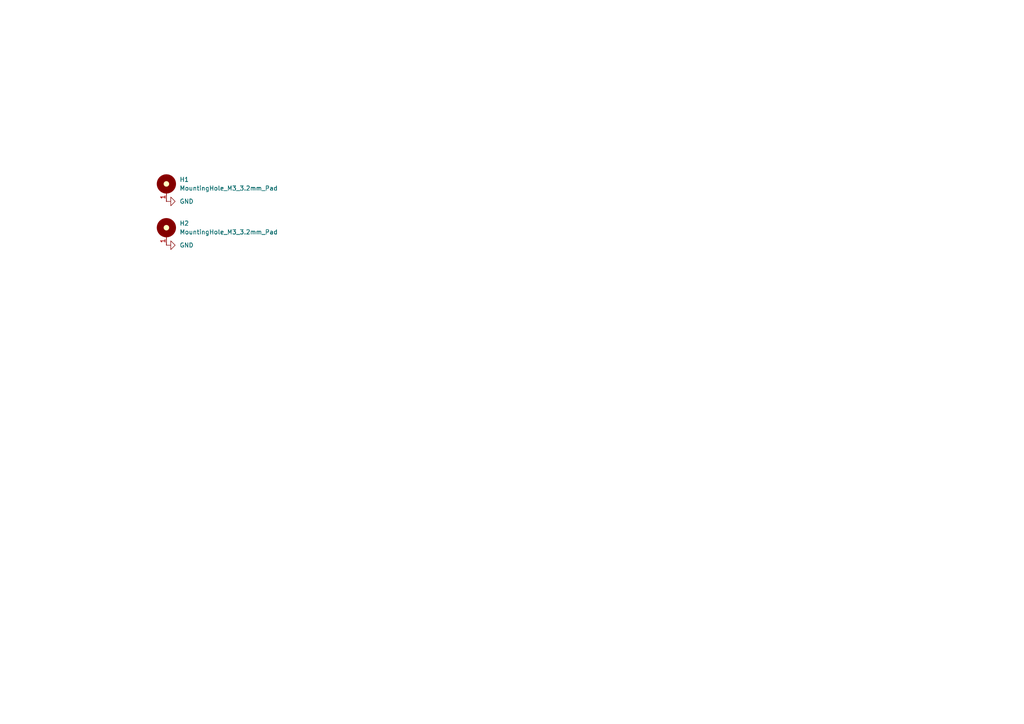
<source format=kicad_sch>
(kicad_sch (version 20231120) (generator "eeschema") (generator_version "8.0")
  (paper "A4")
  (lib_symbols
    (symbol "PCM_SL_Mechanical:MountingHole_M3_3.2mm_Pad"
      (property "Reference" "H" (at 0 7.62 0))
      (property "Value" "MountingHole_M3_3.2mm_Pad" (at 0 5.08 0))
      (symbol "MountingHole_M3_3.2mm_Pad_0_1"
        (circle (center 0 0) (radius 1.27) (fill (type background)))
        (circle (center 0 0) (radius 1.7961) (stroke (width 2)))
      )
      (symbol "MountingHole_M3_3.2mm_Pad_1_1"
        (pin passive line (at 0 -5.08 90) (length 2.54) (name "") (number "1"))
      )
    )
    (symbol "power:GND" (power) (pin_numbers hide) (pin_names (offset 0) hide)
      (property "Value" "GND" (at 0 -3.81 0))
      (symbol "GND_0_1"
        (polyline (pts (xy 0 0) (xy 0 -1.27) (xy 1.27 -1.27) (xy 0 -2.54) (xy -1.27 -1.27) (xy 0 -1.27)))
      )
      (symbol "GND_1_1"
        (pin power_in line (at 0 0 270) (length 0) (name "~") (number "1"))
      )
    )
  )
  (symbol (lib_id "PCM_SL_Mechanical:MountingHole_M3_3.2mm_Pad") (at 48.26 53.34 0) (unit 1)
    (property "Reference" "H1" (at 52.07 52.0699 0) (effects (justify left)))
    (property "Value" "MountingHole_M3_3.2mm_Pad" (at 52.07 54.6099 0) (effects (justify left)))
    (property "Footprint" "PCM_SL_Mechanical:MountingHole_3.2mm_Pad" (effects (hide yes)))
    (property "Description" "3.2mm Diameter Mounting Hole Pad (M3)" (effects (hide yes)))
  )
  (symbol (lib_id "power:GND") (at 48.26 58.42 90) (unit 1)
    (property "Reference" "#PWR01" (effects (hide yes)))
    (property "Value" "GND" (at 52.07 58.4199 90) (effects (justify right)))
    (property "Description" "Power symbol creates a global label with name \"GND\" , ground" (effects (hide yes)))
  )
  (symbol (lib_id "power:GND") (at 48.26 71.12 90) (unit 1)
    (property "Reference" "#PWR02" (effects (hide yes)))
    (property "Value" "GND" (at 52.07 71.1199 90) (effects (justify right)))
    (property "Description" "Power symbol creates a global label with name \"GND\" , ground" (effects (hide yes)))
  )
  (symbol (lib_id "PCM_SL_Mechanical:MountingHole_M3_3.2mm_Pad") (at 48.26 66.04 0) (unit 1)
    (property "Reference" "H2" (at 52.07 64.7699 0) (effects (justify left)))
    (property "Value" "MountingHole_M3_3.2mm_Pad" (at 52.07 67.3099 0) (effects (justify left)))
    (property "Footprint" "PCM_SL_Mechanical:MountingHole_3.2mm_Pad" (effects (hide yes)))
    (property "Description" "3.2mm Diameter Mounting Hole Pad (M3)" (effects (hide yes)))
  )
)
</source>
